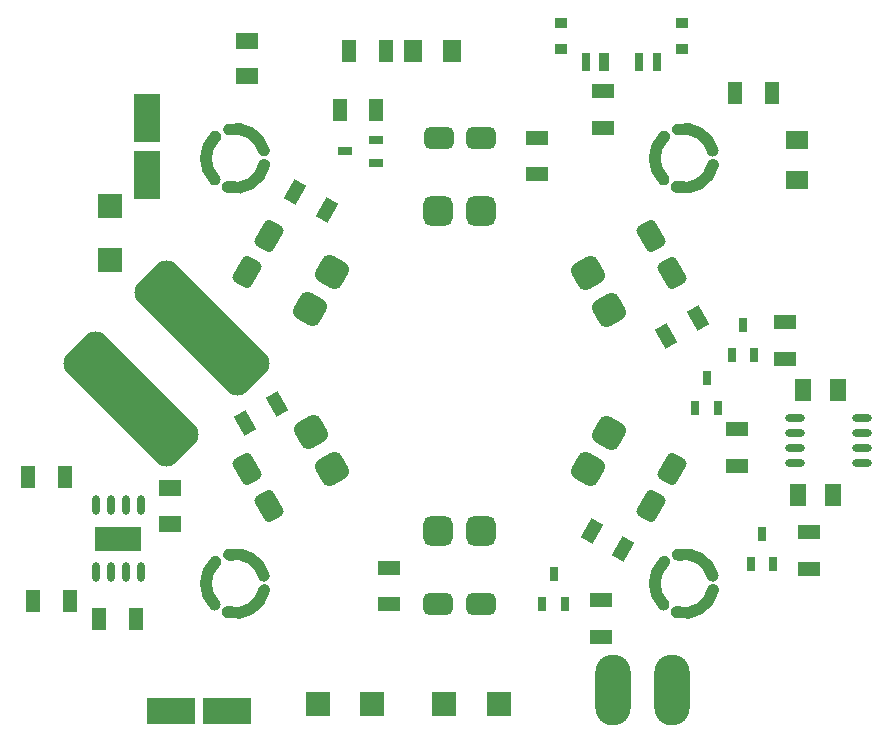
<source format=gbp>
G04 Layer_Color=128*
%FSLAX44Y44*%
%MOMM*%
G71*
G01*
G75*
%ADD10C,1.0000*%
%ADD12R,1.1500X1.8500*%
%ADD15R,1.5500X1.8500*%
%ADD16R,1.3500X1.9500*%
%ADD17R,1.8500X1.1500*%
%ADD18R,0.7500X1.1500*%
%ADD19R,1.1500X0.7500*%
%ADD20R,2.1500X2.1000*%
%ADD21R,4.0000X2.0000*%
%ADD33R,1.8500X1.5500*%
%ADD34R,0.8000X1.6000*%
%ADD35R,0.8300X1.6000*%
%ADD36R,1.0000X0.8500*%
%ADD37O,3.0000X6.0000*%
%ADD38R,1.9500X1.3500*%
%ADD39O,1.7000X0.6000*%
%ADD40R,2.2000X4.1500*%
G04:AMPARAMS|DCode=41|XSize=1.85mm|YSize=1.15mm|CornerRadius=0mm|HoleSize=0mm|Usage=FLASHONLY|Rotation=60.000|XOffset=0mm|YOffset=0mm|HoleType=Round|Shape=Rectangle|*
%AMROTATEDRECTD41*
4,1,4,0.0355,-1.0886,-0.9605,-0.5136,-0.0355,1.0886,0.9605,0.5136,0.0355,-1.0886,0.0*
%
%ADD41ROTATEDRECTD41*%

G04:AMPARAMS|DCode=42|XSize=1.85mm|YSize=1.15mm|CornerRadius=0mm|HoleSize=0mm|Usage=FLASHONLY|Rotation=300.000|XOffset=0mm|YOffset=0mm|HoleType=Round|Shape=Rectangle|*
%AMROTATEDRECTD42*
4,1,4,-0.9605,0.5136,0.0355,1.0886,0.9605,-0.5136,-0.0355,-1.0886,-0.9605,0.5136,0.0*
%
%ADD42ROTATEDRECTD42*%

%ADD43O,0.6000X1.7000*%
%ADD44R,4.1500X2.2000*%
%ADD45R,2.1000X2.1500*%
G04:AMPARAMS|DCode=46|XSize=2.5mm|YSize=2.5mm|CornerRadius=0.625mm|HoleSize=0mm|Usage=FLASHONLY|Rotation=0.000|XOffset=0mm|YOffset=0mm|HoleType=Round|Shape=RoundedRectangle|*
%AMROUNDEDRECTD46*
21,1,2.5000,1.2500,0,0,0.0*
21,1,1.2500,2.5000,0,0,0.0*
1,1,1.2500,0.6250,-0.6250*
1,1,1.2500,-0.6250,-0.6250*
1,1,1.2500,-0.6250,0.6250*
1,1,1.2500,0.6250,0.6250*
%
%ADD46ROUNDEDRECTD46*%
G04:AMPARAMS|DCode=47|XSize=2.5mm|YSize=2.5mm|CornerRadius=0.625mm|HoleSize=0mm|Usage=FLASHONLY|Rotation=60.000|XOffset=0mm|YOffset=0mm|HoleType=Round|Shape=RoundedRectangle|*
%AMROUNDEDRECTD47*
21,1,2.5000,1.2500,0,0,60.0*
21,1,1.2500,2.5000,0,0,60.0*
1,1,1.2500,0.8538,0.2288*
1,1,1.2500,0.2288,-0.8538*
1,1,1.2500,-0.8538,-0.2288*
1,1,1.2500,-0.2288,0.8538*
%
%ADD47ROUNDEDRECTD47*%
G04:AMPARAMS|DCode=48|XSize=2.5mm|YSize=2.5mm|CornerRadius=0.625mm|HoleSize=0mm|Usage=FLASHONLY|Rotation=120.000|XOffset=0mm|YOffset=0mm|HoleType=Round|Shape=RoundedRectangle|*
%AMROUNDEDRECTD48*
21,1,2.5000,1.2500,0,0,120.0*
21,1,1.2500,2.5000,0,0,120.0*
1,1,1.2500,0.2288,0.8538*
1,1,1.2500,0.8538,-0.2288*
1,1,1.2500,-0.2288,-0.8538*
1,1,1.2500,-0.8538,0.2288*
%
%ADD48ROUNDEDRECTD48*%
G04:AMPARAMS|DCode=49|XSize=2.5mm|YSize=1.8mm|CornerRadius=0.45mm|HoleSize=0mm|Usage=FLASHONLY|Rotation=60.000|XOffset=0mm|YOffset=0mm|HoleType=Round|Shape=RoundedRectangle|*
%AMROUNDEDRECTD49*
21,1,2.5000,0.9000,0,0,60.0*
21,1,1.6000,1.8000,0,0,60.0*
1,1,0.9000,0.7897,0.4678*
1,1,0.9000,-0.0103,-0.9178*
1,1,0.9000,-0.7897,-0.4678*
1,1,0.9000,0.0103,0.9178*
%
%ADD49ROUNDEDRECTD49*%
G04:AMPARAMS|DCode=50|XSize=2.5mm|YSize=1.8mm|CornerRadius=0.45mm|HoleSize=0mm|Usage=FLASHONLY|Rotation=0.000|XOffset=0mm|YOffset=0mm|HoleType=Round|Shape=RoundedRectangle|*
%AMROUNDEDRECTD50*
21,1,2.5000,0.9000,0,0,0.0*
21,1,1.6000,1.8000,0,0,0.0*
1,1,0.9000,0.8000,-0.4500*
1,1,0.9000,-0.8000,-0.4500*
1,1,0.9000,-0.8000,0.4500*
1,1,0.9000,0.8000,0.4500*
%
%ADD50ROUNDEDRECTD50*%
G04:AMPARAMS|DCode=51|XSize=2.5mm|YSize=1.8mm|CornerRadius=0.45mm|HoleSize=0mm|Usage=FLASHONLY|Rotation=300.000|XOffset=0mm|YOffset=0mm|HoleType=Round|Shape=RoundedRectangle|*
%AMROUNDEDRECTD51*
21,1,2.5000,0.9000,0,0,300.0*
21,1,1.6000,1.8000,0,0,300.0*
1,1,0.9000,0.0103,-0.9178*
1,1,0.9000,-0.7897,0.4678*
1,1,0.9000,-0.0103,0.9178*
1,1,0.9000,0.7897,-0.4678*
%
%ADD51ROUNDEDRECTD51*%
G04:AMPARAMS|DCode=52|XSize=4.5mm|YSize=13mm|CornerRadius=1.125mm|HoleSize=0mm|Usage=FLASHONLY|Rotation=45.000|XOffset=0mm|YOffset=0mm|HoleType=Round|Shape=RoundedRectangle|*
%AMROUNDEDRECTD52*
21,1,4.5000,10.7500,0,0,45.0*
21,1,2.2500,13.0000,0,0,45.0*
1,1,2.2500,4.5962,-3.0052*
1,1,2.2500,3.0052,-4.5962*
1,1,2.2500,-4.5962,3.0052*
1,1,2.2500,-3.0052,4.5962*
%
%ADD52ROUNDEDRECTD52*%
D10*
X-165887Y-173401D02*
G03*
X-195371Y-155584I-24113J-6599D01*
G01*
X-206916Y-161592D02*
G03*
X-207552Y-197803I16916J-18408D01*
G01*
X-196426Y-204160D02*
G03*
X-165614Y-185506I6426J24160D01*
G01*
X214113Y-173401D02*
G03*
X184629Y-155584I-24113J-6599D01*
G01*
X173084Y-161592D02*
G03*
X172448Y-197803I16916J-18408D01*
G01*
X183574Y-204160D02*
G03*
X214386Y-185506I6426J24160D01*
G01*
X214113Y186599D02*
G03*
X184629Y204416I-24113J-6599D01*
G01*
X173084Y198408D02*
G03*
X172448Y162197I16916J-18408D01*
G01*
X183574Y155840D02*
G03*
X214386Y174494I6426J24160D01*
G01*
X-165887Y186599D02*
G03*
X-195371Y204416I-24113J-6599D01*
G01*
X-206916Y198408D02*
G03*
X-207552Y162197I16916J-18408D01*
G01*
X-196426Y155840D02*
G03*
X-165614Y174494I6426J24160D01*
G01*
D12*
X264250Y235250D02*
D03*
X233250D02*
D03*
X-62500Y271000D02*
D03*
X-93500D02*
D03*
X-101750Y220750D02*
D03*
X-70750D02*
D03*
X-365500Y-90000D02*
D03*
X-334500D02*
D03*
X-361000Y-195000D02*
D03*
X-330000D02*
D03*
X-305500Y-210000D02*
D03*
X-274500D02*
D03*
D15*
X-6500Y271250D02*
D03*
X-40000D02*
D03*
D16*
X286000Y-105000D02*
D03*
X316000D02*
D03*
X320500Y-16000D02*
D03*
X290500Y-16000D02*
D03*
D17*
X121000Y237000D02*
D03*
Y206000D02*
D03*
X235000Y-80500D02*
D03*
Y-49500D02*
D03*
X275000Y41500D02*
D03*
X275000Y10500D02*
D03*
X-60000Y-166500D02*
D03*
Y-197500D02*
D03*
X65000Y197500D02*
D03*
Y166500D02*
D03*
X295500Y-136750D02*
D03*
Y-167750D02*
D03*
X120000Y-225000D02*
D03*
Y-194000D02*
D03*
D18*
X89000Y-197250D02*
D03*
X70000Y-197250D02*
D03*
X79500Y-171750D02*
D03*
X265500Y-163250D02*
D03*
X246500Y-163250D02*
D03*
X256000Y-137750D02*
D03*
X249500Y13250D02*
D03*
X230500Y13250D02*
D03*
X240000Y38750D02*
D03*
X218500Y-31750D02*
D03*
X199500D02*
D03*
X209000Y-6250D02*
D03*
D19*
X-71250Y195500D02*
D03*
Y176500D02*
D03*
X-96750Y186000D02*
D03*
D20*
X-296250Y139750D02*
D03*
X-296250Y93750D02*
D03*
D21*
X-289000Y-142000D02*
D03*
D33*
X285750Y161750D02*
D03*
Y195250D02*
D03*
D34*
X107000Y261250D02*
D03*
X152000Y261250D02*
D03*
X167000Y261250D02*
D03*
D35*
X122000Y261250D02*
D03*
D36*
X86000Y294750D02*
D03*
X86000Y272750D02*
D03*
X188000Y294750D02*
D03*
X188000Y272750D02*
D03*
D37*
X180000Y-270000D02*
D03*
X130000D02*
D03*
D38*
X-180250Y279500D02*
D03*
X-180250Y249500D02*
D03*
X-245250Y-129250D02*
D03*
Y-99250D02*
D03*
D39*
X340500Y-39950D02*
D03*
Y-52650D02*
D03*
X340500Y-65350D02*
D03*
Y-78050D02*
D03*
X283500Y-39950D02*
D03*
Y-52650D02*
D03*
X283500Y-65350D02*
D03*
Y-78050D02*
D03*
D40*
X-264500Y214250D02*
D03*
X-264500Y166250D02*
D03*
D41*
X111577Y-135250D02*
D03*
X138423Y-150750D02*
D03*
X-139423Y151750D02*
D03*
X-112577Y136250D02*
D03*
D42*
X-154827Y-28250D02*
D03*
X-181673Y-43750D02*
D03*
X201423Y44750D02*
D03*
X174577Y29250D02*
D03*
D43*
X-269950Y-170500D02*
D03*
X-282650D02*
D03*
X-295350Y-170500D02*
D03*
X-308050D02*
D03*
X-269950Y-113500D02*
D03*
X-282650D02*
D03*
X-295350Y-113500D02*
D03*
X-308050D02*
D03*
D44*
X-244750Y-287750D02*
D03*
X-196750D02*
D03*
D45*
X-120000Y-282000D02*
D03*
X-74000Y-282000D02*
D03*
X-13000Y-282000D02*
D03*
X33000D02*
D03*
D46*
X-18000Y135500D02*
D03*
X18000D02*
D03*
Y-135250D02*
D03*
X-18000D02*
D03*
D47*
X-126419Y52412D02*
D03*
X-108419Y83588D02*
D03*
X126347Y-52162D02*
D03*
X108347Y-83338D02*
D03*
D48*
X-108169Y-83236D02*
D03*
X-126169Y-52059D02*
D03*
X108669Y83088D02*
D03*
X126669Y51912D02*
D03*
D49*
X-161752Y114625D02*
D03*
X-179752Y83448D02*
D03*
X179921Y-82787D02*
D03*
X161921Y-113963D02*
D03*
D50*
X-17750Y197250D02*
D03*
X18250D02*
D03*
X-18000Y-197250D02*
D03*
X18000D02*
D03*
D51*
X179671Y83287D02*
D03*
X161671Y114463D02*
D03*
X-161921Y-114463D02*
D03*
X-179921Y-83287D02*
D03*
D52*
X-218198Y36302D02*
D03*
X-278302Y-23802D02*
D03*
M02*

</source>
